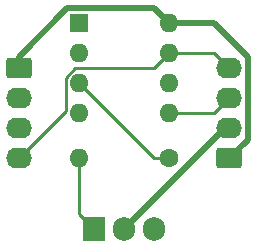
<source format=gtl>
%TF.GenerationSoftware,KiCad,Pcbnew,7.0.8*%
%TF.CreationDate,2023-10-26T16:31:04-05:00*%
%TF.ProjectId,iowa-rover-kiosk-power-cycler,696f7761-2d72-46f7-9665-722d6b696f73,rev?*%
%TF.SameCoordinates,Original*%
%TF.FileFunction,Copper,L1,Top*%
%TF.FilePolarity,Positive*%
%FSLAX46Y46*%
G04 Gerber Fmt 4.6, Leading zero omitted, Abs format (unit mm)*
G04 Created by KiCad (PCBNEW 7.0.8) date 2023-10-26 16:31:04*
%MOMM*%
%LPD*%
G01*
G04 APERTURE LIST*
G04 Aperture macros list*
%AMRoundRect*
0 Rectangle with rounded corners*
0 $1 Rounding radius*
0 $2 $3 $4 $5 $6 $7 $8 $9 X,Y pos of 4 corners*
0 Add a 4 corners polygon primitive as box body*
4,1,4,$2,$3,$4,$5,$6,$7,$8,$9,$2,$3,0*
0 Add four circle primitives for the rounded corners*
1,1,$1+$1,$2,$3*
1,1,$1+$1,$4,$5*
1,1,$1+$1,$6,$7*
1,1,$1+$1,$8,$9*
0 Add four rect primitives between the rounded corners*
20,1,$1+$1,$2,$3,$4,$5,0*
20,1,$1+$1,$4,$5,$6,$7,0*
20,1,$1+$1,$6,$7,$8,$9,0*
20,1,$1+$1,$8,$9,$2,$3,0*%
G04 Aperture macros list end*
%TA.AperFunction,ComponentPad*%
%ADD10C,1.600000*%
%TD*%
%TA.AperFunction,ComponentPad*%
%ADD11O,1.600000X1.600000*%
%TD*%
%TA.AperFunction,ComponentPad*%
%ADD12R,1.600000X1.600000*%
%TD*%
%TA.AperFunction,ComponentPad*%
%ADD13O,1.905000X2.000000*%
%TD*%
%TA.AperFunction,ComponentPad*%
%ADD14R,1.905000X2.000000*%
%TD*%
%TA.AperFunction,ComponentPad*%
%ADD15RoundRect,0.250000X0.845000X-0.620000X0.845000X0.620000X-0.845000X0.620000X-0.845000X-0.620000X0*%
%TD*%
%TA.AperFunction,ComponentPad*%
%ADD16O,2.190000X1.740000*%
%TD*%
%TA.AperFunction,ComponentPad*%
%ADD17RoundRect,0.250000X-0.845000X0.620000X-0.845000X-0.620000X0.845000X-0.620000X0.845000X0.620000X0*%
%TD*%
%TA.AperFunction,Conductor*%
%ADD18C,0.250000*%
%TD*%
%TA.AperFunction,Conductor*%
%ADD19C,0.500000*%
%TD*%
G04 APERTURE END LIST*
D10*
%TO.P,R1,1*%
%TO.N,Net-(U1-XTAL2{slash}PB4)*%
X119380000Y-63500000D03*
D11*
%TO.P,R1,2*%
%TO.N,Net-(Q1-G)*%
X111760000Y-63500000D03*
%TD*%
D12*
%TO.P,U1,1,~{RESET}/PB5*%
%TO.N,unconnected-(U1-~{RESET}{slash}PB5-Pad1)*%
X111760000Y-52080000D03*
D11*
%TO.P,U1,2,XTAL1/PB3*%
%TO.N,unconnected-(U1-XTAL1{slash}PB3-Pad2)*%
X111760000Y-54620000D03*
%TO.P,U1,3,XTAL2/PB4*%
%TO.N,Net-(U1-XTAL2{slash}PB4)*%
X111760000Y-57160000D03*
%TO.P,U1,4,GND*%
%TO.N,GND*%
X111760000Y-59700000D03*
%TO.P,U1,5,AREF/PB0*%
%TO.N,Net-(J1-Pin_3)*%
X119380000Y-59700000D03*
%TO.P,U1,6,PB1*%
%TO.N,unconnected-(U1-PB1-Pad6)*%
X119380000Y-57160000D03*
%TO.P,U1,7,PB2*%
%TO.N,Net-(J1-Pin_4)*%
X119380000Y-54620000D03*
%TO.P,U1,8,VCC*%
%TO.N,+5V*%
X119380000Y-52080000D03*
%TD*%
D13*
%TO.P,Q1,3,S*%
%TO.N,GND*%
X118110000Y-69525000D03*
%TO.P,Q1,2,D*%
%TO.N,Net-(J2-Pin_2)*%
X115570000Y-69525000D03*
D14*
%TO.P,Q1,1,G*%
%TO.N,Net-(Q1-G)*%
X113030000Y-69525000D03*
%TD*%
D15*
%TO.P,J2,1,Pin_1*%
%TO.N,+5V*%
X124480000Y-63500000D03*
D16*
%TO.P,J2,2,Pin_2*%
%TO.N,Net-(J2-Pin_2)*%
X124480000Y-60960000D03*
%TO.P,J2,3,Pin_3*%
%TO.N,Net-(J1-Pin_3)*%
X124480000Y-58420000D03*
%TO.P,J2,4,Pin_4*%
%TO.N,Net-(J1-Pin_4)*%
X124480000Y-55880000D03*
%TD*%
D17*
%TO.P,J1,1,Pin_1*%
%TO.N,+5V*%
X106680000Y-55880000D03*
D16*
%TO.P,J1,2,Pin_2*%
%TO.N,GND*%
X106680000Y-58420000D03*
%TO.P,J1,3,Pin_3*%
%TO.N,Net-(J1-Pin_3)*%
X106680000Y-60960000D03*
%TO.P,J1,4,Pin_4*%
%TO.N,Net-(J1-Pin_4)*%
X106680000Y-63500000D03*
%TD*%
D18*
%TO.N,Net-(U1-XTAL2{slash}PB4)*%
X118100000Y-63500000D02*
X111760000Y-57160000D01*
X119380000Y-63500000D02*
X118100000Y-63500000D01*
%TO.N,Net-(Q1-G)*%
X111760000Y-68255000D02*
X113030000Y-69525000D01*
X111760000Y-63500000D02*
X111760000Y-68255000D01*
D19*
%TO.N,Net-(J2-Pin_2)*%
X124135000Y-60960000D02*
X124480000Y-60960000D01*
X115570000Y-69525000D02*
X124135000Y-60960000D01*
D18*
%TO.N,Net-(J1-Pin_3)*%
X123200000Y-59700000D02*
X124480000Y-58420000D01*
X119380000Y-59700000D02*
X123200000Y-59700000D01*
%TO.N,Net-(J1-Pin_4)*%
X123220000Y-54620000D02*
X124480000Y-55880000D01*
X119380000Y-54620000D02*
X123220000Y-54620000D01*
X118120000Y-55880000D02*
X119380000Y-54620000D01*
X110635000Y-56701122D02*
X111456122Y-55880000D01*
X110635000Y-59545000D02*
X110635000Y-56701122D01*
X106680000Y-63500000D02*
X110635000Y-59545000D01*
X111456122Y-55880000D02*
X118120000Y-55880000D01*
D19*
%TO.N,+5V*%
X126023724Y-61956276D02*
X124480000Y-63500000D01*
X126023724Y-54903724D02*
X126023724Y-61956276D01*
X123200000Y-52080000D02*
X126023724Y-54903724D01*
X119380000Y-52080000D02*
X123200000Y-52080000D01*
X110773604Y-50830000D02*
X118130000Y-50830000D01*
X106680000Y-54923604D02*
X110773604Y-50830000D01*
X106680000Y-55880000D02*
X106680000Y-54923604D01*
X118130000Y-50830000D02*
X119380000Y-52080000D01*
%TD*%
M02*

</source>
